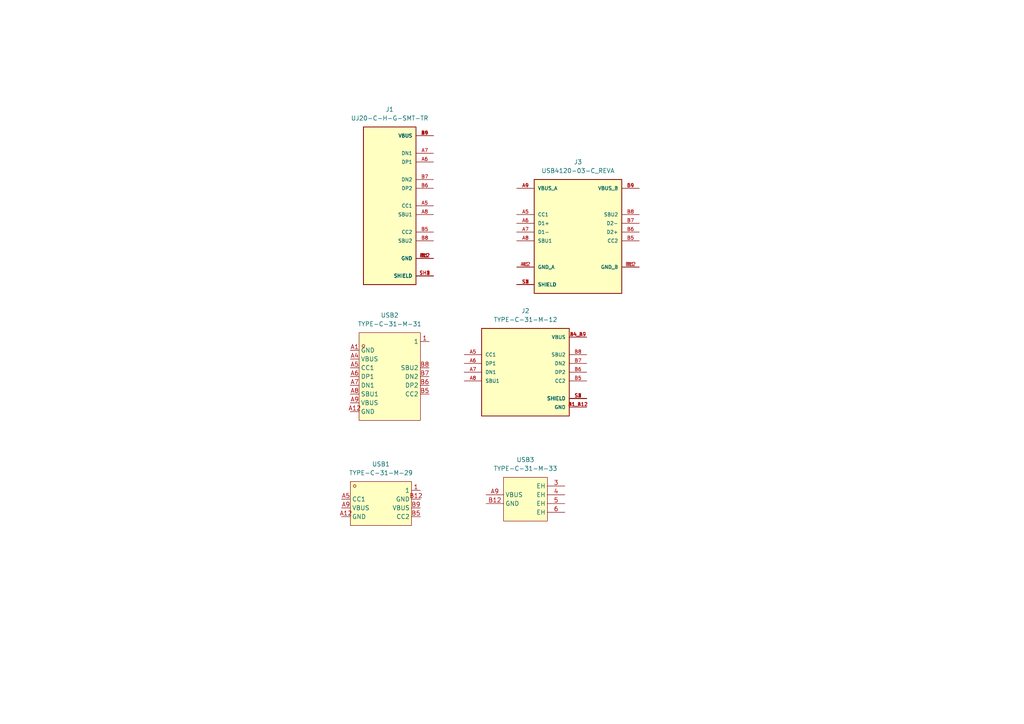
<source format=kicad_sch>
(kicad_sch (version 20250114) (generator "eeschema") (generator_version "9.0")
  (paper "A4")
  (title_block (title "<<ID>>_<<project_name>>") (date "<<date>>") (rev "<<version>>") (comment 4 "<<hash>>"))
  (lib_symbols
    (symbol "Snapeda_kicad_sym:TYPE-C-31-M-12" (pin_names (offset 1.016))
      (property "Reference" "J" (at -12.7 13.462 0))
      (property "Value" "TYPE-C-31-M-12" (at -12.7 -13.462 0))
      (symbol "TYPE-C-31-M-12_0_0"
        (rectangle (start -12.7 -12.7) (end 12.7 12.7) (stroke (width 0.254)) (fill (type background)))
        (pin bidirectional line (at -17.78 5.08 0) (length 5.08) (name "CC1") (number "A5"))
        (pin bidirectional line (at -17.78 2.54 0) (length 5.08) (name "DP1") (number "A6"))
        (pin bidirectional line (at -17.78 0 0) (length 5.08) (name "DN1") (number "A7"))
        (pin bidirectional line (at -17.78 -2.54 0) (length 5.08) (name "SBU1") (number "A8"))
        (pin power_in line (at 17.78 10.16 180) (length 5.08) (name "VBUS") (number "A4_B9"))
        (pin power_in line (at 17.78 10.16 180) (length 5.08) (name "VBUS") (number "B4_A9"))
        (pin bidirectional line (at 17.78 5.08 180) (length 5.08) (name "SBU2") (number "B8"))
        (pin bidirectional line (at 17.78 2.54 180) (length 5.08) (name "DN2") (number "B7"))
        (pin bidirectional line (at 17.78 0 180) (length 5.08) (name "DP2") (number "B6"))
        (pin bidirectional line (at 17.78 -2.54 180) (length 5.08) (name "CC2") (number "B5"))
        (pin passive line (at 17.78 -7.62 180) (length 5.08) (name "SHIELD") (number "S1"))
        (pin passive line (at 17.78 -7.62 180) (length 5.08) (name "SHIELD") (number "S2"))
        (pin passive line (at 17.78 -7.62 180) (length 5.08) (name "SHIELD") (number "S3"))
        (pin passive line (at 17.78 -7.62 180) (length 5.08) (name "SHIELD") (number "S4"))
        (pin power_in line (at 17.78 -10.16 180) (length 5.08) (name "GND") (number "A1_B12"))
        (pin power_in line (at 17.78 -10.16 180) (length 5.08) (name "GND") (number "B1_A12"))
      )
    )
    (symbol "Snapeda_kicad_sym:TYPE-C-31-M-29"
      (property "Reference" "USB" (at 0 8.89 0))
      (property "Value" "TYPE-C-31-M-29" (at 0 -8.89 0))
      (symbol "TYPE-C-31-M-29_0_1"
        (rectangle (start -8.89 6.35) (end 8.89 -6.35) (fill (type background)))
        (circle (center -7.62 5.08) (radius 0.38))
        (pin unspecified line (at -11.43 1.27 0) (length 2.54) (name "CC1") (number "A5"))
        (pin unspecified line (at -11.43 -1.27 0) (length 2.54) (name "VBUS") (number "A9"))
        (pin unspecified line (at -11.43 -3.81 0) (length 2.54) (name "GND") (number "A12"))
        (pin unspecified line (at 11.43 3.81 180) (length 2.54) (name "1") (number "1"))
        (pin unspecified line (at 11.43 1.27 180) (length 2.54) (name "GND") (number "B12"))
        (pin unspecified line (at 11.43 -1.27 180) (length 2.54) (name "VBUS") (number "B9"))
        (pin unspecified line (at 11.43 -3.81 180) (length 2.54) (name "CC2") (number "B5"))
      )
    )
    (symbol "Snapeda_kicad_sym:TYPE-C-31-M-31"
      (property "Reference" "USB" (at 0 16.51 0))
      (property "Value" "TYPE-C-31-M-31" (at 0 -13.97 0))
      (symbol "TYPE-C-31-M-31_0_1"
        (rectangle (start -8.89 13.97) (end 8.89 -11.43) (fill (type background)))
        (circle (center -7.62 10.16) (radius 0.38))
        (pin unspecified line (at -11.43 8.89 0) (length 2.54) (name "GND") (number "A1"))
        (pin unspecified line (at -11.43 6.35 0) (length 2.54) (name "VBUS") (number "A4"))
        (pin unspecified line (at -11.43 3.81 0) (length 2.54) (name "CC1") (number "A5"))
        (pin unspecified line (at -11.43 1.27 0) (length 2.54) (name "DP1") (number "A6"))
        (pin unspecified line (at -11.43 -1.27 0) (length 2.54) (name "DN1") (number "A7"))
        (pin unspecified line (at -11.43 -3.81 0) (length 2.54) (name "SBU1") (number "A8"))
        (pin unspecified line (at -11.43 -6.35 0) (length 2.54) (name "VBUS") (number "A9"))
        (pin unspecified line (at -11.43 -8.89 0) (length 2.54) (name "GND") (number "A12"))
        (pin unspecified line (at 11.43 11.43 180) (length 2.54) (name "1") (number "1"))
        (pin unspecified line (at 11.43 3.81 180) (length 2.54) (name "SBU2") (number "B8"))
        (pin unspecified line (at 11.43 1.27 180) (length 2.54) (name "DN2") (number "B7"))
        (pin unspecified line (at 11.43 -1.27 180) (length 2.54) (name "DP2") (number "B6"))
        (pin unspecified line (at 11.43 -3.81 180) (length 2.54) (name "CC2") (number "B5"))
      )
    )
    (symbol "Snapeda_kicad_sym:TYPE-C-31-M-33"
      (property "Reference" "USB" (at 0 10.16 0))
      (property "Value" "TYPE-C-31-M-33" (at 0 -7.62 0))
      (symbol "TYPE-C-31-M-33_0_1"
        (rectangle (start -7.62 7.62) (end 5.08 -5.08) (fill (type background)))
        (pin unspecified line (at -12.7 2.54 0) (length 5.08) (name "VBUS") (number "A9"))
        (pin unspecified line (at -12.7 0 0) (length 5.08) (name "GND") (number "B12"))
        (pin unspecified line (at 10.16 5.08 180) (length 5.08) (name "EH") (number "3"))
        (pin unspecified line (at 10.16 2.54 180) (length 5.08) (name "EH") (number "4"))
        (pin unspecified line (at 10.16 0 180) (length 5.08) (name "EH") (number "5"))
        (pin unspecified line (at 10.16 -2.54 180) (length 5.08) (name "EH") (number "6"))
      )
    )
    (symbol "Snapeda_kicad_sym:UJ20-C-H-G-SMT-TR" (pin_names (offset 1.016))
      (property "Reference" "J" (at -7.62 23.622 0))
      (property "Value" "UJ20-C-H-G-SMT-TR" (at -7.62 -23.622 0))
      (symbol "UJ20-C-H-G-SMT-TR_0_0"
        (rectangle (start -7.62 -22.86) (end 7.62 22.86) (stroke (width 0.254)) (fill (type background)))
        (pin power_in line (at 12.7 20.32 180) (length 5.08) (name "VBUS") (number "A4"))
        (pin power_in line (at 12.7 20.32 180) (length 5.08) (name "VBUS") (number "A9"))
        (pin power_in line (at 12.7 20.32 180) (length 5.08) (name "VBUS") (number "B4"))
        (pin power_in line (at 12.7 20.32 180) (length 5.08) (name "VBUS") (number "B9"))
        (pin bidirectional line (at 12.7 15.24 180) (length 5.08) (name "DN1") (number "A7"))
        (pin bidirectional line (at 12.7 12.7 180) (length 5.08) (name "DP1") (number "A6"))
        (pin bidirectional line (at 12.7 7.62 180) (length 5.08) (name "DN2") (number "B7"))
        (pin bidirectional line (at 12.7 5.08 180) (length 5.08) (name "DP2") (number "B6"))
        (pin bidirectional line (at 12.7 0 180) (length 5.08) (name "CC1") (number "A5"))
        (pin bidirectional line (at 12.7 -2.54 180) (length 5.08) (name "SBU1") (number "A8"))
        (pin bidirectional line (at 12.7 -7.62 180) (length 5.08) (name "CC2") (number "B5"))
        (pin bidirectional line (at 12.7 -10.16 180) (length 5.08) (name "SBU2") (number "B8"))
        (pin power_in line (at 12.7 -15.24 180) (length 5.08) (name "GND") (number "A1"))
        (pin power_in line (at 12.7 -15.24 180) (length 5.08) (name "GND") (number "A12"))
        (pin power_in line (at 12.7 -15.24 180) (length 5.08) (name "GND") (number "B1"))
        (pin power_in line (at 12.7 -15.24 180) (length 5.08) (name "GND") (number "B12"))
        (pin passive line (at 12.7 -20.32 180) (length 5.08) (name "SHIELD") (number "SH1"))
        (pin passive line (at 12.7 -20.32 180) (length 5.08) (name "SHIELD") (number "SH2"))
        (pin passive line (at 12.7 -20.32 180) (length 5.08) (name "SHIELD") (number "SH3"))
        (pin passive line (at 12.7 -20.32 180) (length 5.08) (name "SHIELD") (number "SH4"))
      )
    )
    (symbol "Snapeda_kicad_sym:USB4120-03-C_REVA" (pin_names (offset 1.016))
      (property "Reference" "J" (at -12.7 16.002 0))
      (property "Value" "USB4120-03-C_REVA" (at -12.7 -18.542 0))
      (symbol "USB4120-03-C_REVA_0_0"
        (rectangle (start -12.7 -17.78) (end 12.7 15.24) (stroke (width 0.254)) (fill (type background)))
        (pin power_in line (at -17.78 12.7 0) (length 5.08) (name "VBUS_A") (number "A4"))
        (pin power_in line (at -17.78 12.7 0) (length 5.08) (name "VBUS_A") (number "A9"))
        (pin bidirectional line (at -17.78 5.08 0) (length 5.08) (name "CC1") (number "A5"))
        (pin bidirectional line (at -17.78 2.54 0) (length 5.08) (name "D1+") (number "A6"))
        (pin bidirectional line (at -17.78 0 0) (length 5.08) (name "D1-") (number "A7"))
        (pin bidirectional line (at -17.78 -2.54 0) (length 5.08) (name "SBU1") (number "A8"))
        (pin power_in line (at -17.78 -10.16 0) (length 5.08) (name "GND_A") (number "A1"))
        (pin power_in line (at -17.78 -10.16 0) (length 5.08) (name "GND_A") (number "A12"))
        (pin passive line (at -17.78 -15.24 0) (length 5.08) (name "SHIELD") (number "S1"))
        (pin passive line (at -17.78 -15.24 0) (length 5.08) (name "SHIELD") (number "S2"))
        (pin passive line (at -17.78 -15.24 0) (length 5.08) (name "SHIELD") (number "S3"))
        (pin passive line (at -17.78 -15.24 0) (length 5.08) (name "SHIELD") (number "S4"))
        (pin power_in line (at 17.78 12.7 180) (length 5.08) (name "VBUS_B") (number "B4"))
        (pin power_in line (at 17.78 12.7 180) (length 5.08) (name "VBUS_B") (number "B9"))
        (pin bidirectional line (at 17.78 5.08 180) (length 5.08) (name "SBU2") (number "B8"))
        (pin bidirectional line (at 17.78 2.54 180) (length 5.08) (name "D2-") (number "B7"))
        (pin bidirectional line (at 17.78 0 180) (length 5.08) (name "D2+") (number "B6"))
        (pin bidirectional line (at 17.78 -2.54 180) (length 5.08) (name "CC2") (number "B5"))
        (pin power_in line (at 17.78 -10.16 180) (length 5.08) (name "GND_B") (number "B1"))
        (pin power_in line (at 17.78 -10.16 180) (length 5.08) (name "GND_B") (number "B12"))
      )
    )
  )
  (symbol (lib_id "Snapeda_kicad_sym:TYPE-C-31-M-31") (at 113.03 110.49 0) (unit 1)
    (property "Reference" "USB2" (at 113.03 91.44 0))
    (property "Value" "TYPE-C-31-M-31" (at 113.03 93.98 0))
    (property "Footprint" "Snapeda:easyeda2kicad_USB-C-SMD_TYPE-C-31-M-31" (effects (hide yes)))
    (property "LCSC Part" "C2760486" (effects (hide yes)))
  )
  (symbol (lib_id "Snapeda_kicad_sym:UJ20-C-H-G-SMT-TR") (at 113.03 59.69 0) (unit 1)
    (property "Reference" "J1" (at 113.03 31.75 0))
    (property "Value" "UJ20-C-H-G-SMT-TR" (at 113.03 34.29 0))
    (property "Footprint" "Snapeda:UJ20-C-H-G-SMT-TR_CUI_UJ20-C-H-G-SMT-TR" (effects (hide yes)))
    (property "MF" "CUI Devices" (effects (hide yes)))
    (property "MAXIMUM_PACKAGE_HEIGHT" "3.66mm" (effects (hide yes)))
    (property "Package" "None" (effects (hide yes)))
    (property "Price" "None" (effects (hide yes)))
    (property "Check_prices" "https://www.snapeda.com/parts/UJ20-C-H-G-SMT-TR/Same+Sky/view-part/?ref=eda" (effects (hide yes)))
    (property "STANDARD" "Manufacturer Recommendations" (effects (hide yes)))
    (property "PARTREV" "1.01" (effects (hide yes)))
    (property "SnapEDA_Link" "https://www.snapeda.com/parts/UJ20-C-H-G-SMT-TR/Same+Sky/view-part/?ref=snap" (effects (hide yes)))
    (property "MP" "UJ20-C-H-G-SMT-TR" (effects (hide yes)))
    (property "Purchase-URL" "https://www.snapeda.com/api/url_track_click_mouser/?unipart_id=12123263&manufacturer=CUI Devices&part_name=UJ20-C-H-G-SMT-TR&search_term=uj20-c-h-g-smt-tr" (effects (hide yes)))
    (property "Description_1" "Type C, USB 2.0, 480 Mbps, 20 Vdc, 5 A, Right Angle, Gold Flash, Surface Mount, Black Insulator, USB Receptacle" (effects (hide yes)))
    (property "CUI_purchase_URL" "https://www.cuidevices.com/product/interconnect/connectors/usb-connectors/uj20-c-h-g-smt-tr?utm_source=snapeda.com&utm_medium=referral&utm_campaign=snapedaBOM" (effects (hide yes)))
    (property "Availability" "In Stock" (effects (hide yes)))
    (property "MANUFACTURER" "CUI Devices" (effects (hide yes)))
  )
  (symbol (lib_id "Snapeda_kicad_sym:TYPE-C-31-M-33") (at 153.67 146.05 0) (unit 1)
    (property "Reference" "USB3" (at 152.4 133.35 0))
    (property "Value" "TYPE-C-31-M-33" (at 152.4 135.89 0))
    (property "Footprint" "Snapeda:easyeda2kicad_USB-C-TH_TYPE-C-31-M-33" (effects (hide yes)))
    (property "LCSC Part" "C2848624" (effects (hide yes)))
  )
  (symbol (lib_id "Snapeda_kicad_sym:USB4120-03-C_REVA") (at 167.64 67.31 0) (unit 1)
    (property "Reference" "J3" (at 167.64 46.99 0))
    (property "Value" "USB4120-03-C_REVA" (at 167.64 49.53 0))
    (property "Footprint" "Snapeda:USB4120-03-C_REVA_GCT_USB4120-03-C_REVA" (effects (hide yes)))
    (property "MF" "Global Connector Technology" (effects (hide yes)))
    (property "MAXIMUM_PACKAGE_HEIGHT" "6.5mm" (effects (hide yes)))
    (property "Package" "None" (effects (hide yes)))
    (property "Price" "None" (effects (hide yes)))
    (property "Check_prices" "https://www.snapeda.com/parts/USB4120-03-C/Global+Connector+Technology/view-part/?ref=eda" (effects (hide yes)))
    (property "STANDARD" "Manufacturer Recommendations" (effects (hide yes)))
    (property "PARTREV" "A" (effects (hide yes)))
    (property "SnapEDA_Link" "https://www.snapeda.com/parts/USB4120-03-C/Global+Connector+Technology/view-part/?ref=snap" (effects (hide yes)))
    (property "MP" "USB4120-03-C" (effects (hide yes)))
    (property "Description_1" "\n                        \n                            USB 2.0 Connector Type C Vertical Receptacle, 6.50mm profile, 16 Pins, Surface mount, Top mount, low profile, low cost\n                        \n" (effects (hide yes)))
    (property "Availability" "In Stock" (effects (hide yes)))
    (property "MANUFACTURER" "GCT" (effects (hide yes)))
  )
  (symbol (lib_id "Snapeda_kicad_sym:TYPE-C-31-M-29") (at 110.49 146.05 0) (unit 1)
    (property "Reference" "USB1" (at 110.49 134.62 0))
    (property "Value" "TYPE-C-31-M-29" (at 110.49 137.16 0))
    (property "Footprint" "Snapeda:easyeda2kicad_USB-C-SMD_TYPE-C-31-M-29" (effects (hide yes)))
    (property "LCSC Part" "C2689969" (effects (hide yes)))
  )
  (symbol (lib_id "Snapeda_kicad_sym:TYPE-C-31-M-12") (at 152.4 107.95 0) (unit 1)
    (property "Reference" "J2" (at 152.4 90.17 0))
    (property "Value" "TYPE-C-31-M-12" (at 152.4 92.71 0))
    (property "Footprint" "Snapeda:TYPE-C-31-M-12_HRO_TYPE-C-31-M-12" (effects (hide yes)))
    (property "MF" "HRO Electronics Co., Ltd." (effects (hide yes)))
    (property "MAXIMUM_PACKAGE_HEIGHT" "3.26 mm" (effects (hide yes)))
    (property "Package" "Package" (effects (hide yes)))
    (property "Price" "None" (effects (hide yes)))
    (property "Check_prices" "https://www.snapeda.com/parts/TYPE-C-31-M-12/HRO+Electronics+Co.%252C+Ltd./view-part/?ref=eda" (effects (hide yes)))
    (property "STANDARD" "Manufacturer Recommendations" (effects (hide yes)))
    (property "PARTREV" "2020.12.08" (effects (hide yes)))
    (property "SnapEDA_Link" "https://www.snapeda.com/parts/TYPE-C-31-M-12/HRO+Electronics+Co.%252C+Ltd./view-part/?ref=snap" (effects (hide yes)))
    (property "MP" "TYPE-C-31-M-12" (effects (hide yes)))
    (property "Description_1" "\nUSB Connectors 24 Receptacle 1 8.94*7.3mm RoHS\n" (effects (hide yes)))
    (property "SNAPEDA_PN" "TYPE-C-31-M-12" (effects (hide yes)))
    (property "Availability" "Not in stock" (effects (hide yes)))
    (property "MANUFACTURER" "HRO Electronics Co., Ltd." (effects (hide yes)))
  )
)
</source>
